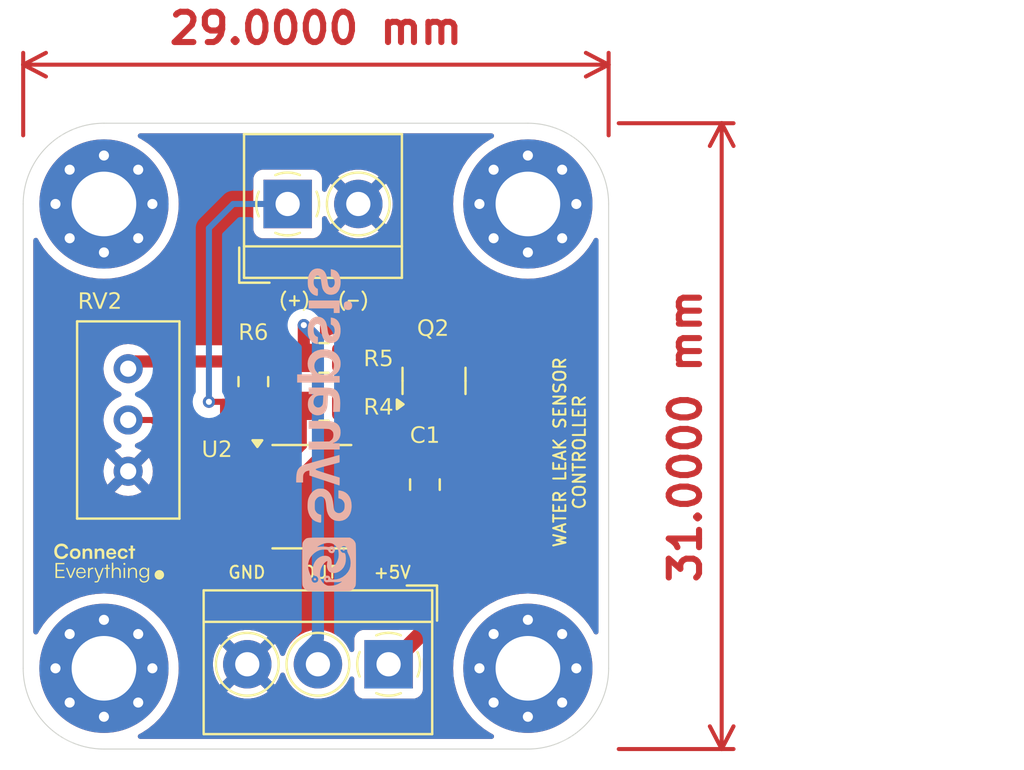
<source format=kicad_pcb>
(kicad_pcb (version 20240108) (generator "pcbnew") (generator_version "8.0")
  (layers (0 "F.Cu" signal) (31 "B.Cu" signal) (34 "B.Paste" user) (35 "F.Paste" user) (36 "B.SilkS" user "B.Silkscreen") (37 "F.SilkS" user "F.Silkscreen") (38 "B.Mask" user) (39 "F.Mask" user) (44 "Edge.Cuts" user))
  (net 0 "")
  (net 1 "+5V")
  (net 2 "GND")
  (net 3 "Net-(J2-Pin_1)")
  (net 4 "Net-(Q2-B)")
  (net 5 "Net-(R4-Pad1)")
  (net 6 "Net-(U2A-+)")
  (net 10 "Net-(J1-Pin_2)")
  (net 11 "Net-(Q2-C)")
  (footprint "Resistor_SMD:R_0805_2012Metric_Pad1.20x1.40mm_HandSolder" (layer "F.Cu") (at 84.9 66)
    (property "Reference" "R4" (at 2.7 0.1 0) (layer "F.SilkS") (effects (font (size 0.8 0.8) (thickness 0.8))))
    (property "Value" "1K")
    (pad "1" smd roundrect (at -1 0) (size 1.2 1.4) (layers "F.Cu" "F.Paste" "F.Mask") (roundrect_rratio 0.208333) (net 5 "Net-(R4-Pad1)"))
    (pad "2" smd roundrect (at 1 0) (size 1.2 1.4) (layers "F.Cu" "F.Paste" "F.Mask") (roundrect_rratio 0.208333) (net 4 "Net-(Q2-B)"))
  )
  (footprint "Package_SO:SOP-8_3.9x4.9mm_P1.27mm" (layer "F.Cu") (at 84.3 70.5)
    (property "Reference" "U2" (at -4.7 -2.3 0) (layer "F.SilkS") (effects (font (size 0.8 0.8) (thickness 0.2))))
    (property "Value" "LM358")
    (pad "1" smd roundrect (at -2.625 -1.905) (size 1.65 0.6) (layers "F.Cu" "F.Paste" "F.Mask") (net 5 "Net-(R4-Pad1)"))
    (pad "2" smd roundrect (at -2.625 -0.635) (size 1.65 0.6) (layers "F.Cu" "F.Paste" "F.Mask") (net 3 "Net-(J2-Pin_1)"))
    (pad "3" smd roundrect (at -2.625 0.635) (size 1.65 0.6) (layers "F.Cu" "F.Paste" "F.Mask") (net 6 "Net-(U2A-+)"))
    (pad "4" smd roundrect (at -2.625 1.905) (size 1.65 0.6) (layers "F.Cu" "F.Paste" "F.Mask") (net 2 "GND"))
    (pad "5" smd roundrect (at 2.625 1.905) (size 1.65 0.6) (layers "F.Cu" "F.Paste" "F.Mask"))
    (pad "6" smd roundrect (at 2.625 0.635) (size 1.65 0.6) (layers "F.Cu" "F.Paste" "F.Mask"))
    (pad "7" smd roundrect (at 2.625 -0.635) (size 1.65 0.6) (layers "F.Cu" "F.Paste" "F.Mask"))
    (pad "8" smd roundrect (at 2.625 -1.905) (size 1.65 0.6) (layers "F.Cu" "F.Paste" "F.Mask") (net 1 "+5V"))
  )
  (footprint "MountingHole:MountingHole_3.2mm_M3_Pad_Via" (layer "F.Cu") (at 95 56)
    (property "Reference" "H1" (hide yes))
    (property "Value" "MountingHole")
    (pad "1" thru_hole circle (at -2.4 0) (size 0.8 0.8) (drill 0.5) (layers "*.Cu" "*.Mask"))
    (pad "1" thru_hole circle (at -1.697056 -1.697056) (size 0.8 0.8) (drill 0.5) (layers "*.Cu" "*.Mask"))
    (pad "1" thru_hole circle (at -1.697056 1.697056) (size 0.8 0.8) (drill 0.5) (layers "*.Cu" "*.Mask"))
    (pad "1" thru_hole circle (at 0 -2.4) (size 0.8 0.8) (drill 0.5) (layers "*.Cu" "*.Mask"))
    (pad "1" thru_hole circle (at 0 0) (size 6.4 6.4) (drill 3.2) (layers "*.Cu" "*.Mask"))
    (pad "1" thru_hole circle (at 0 2.4) (size 0.8 0.8) (drill 0.5) (layers "*.Cu" "*.Mask"))
    (pad "1" thru_hole circle (at 1.697056 -1.697056) (size 0.8 0.8) (drill 0.5) (layers "*.Cu" "*.Mask"))
    (pad "1" thru_hole circle (at 1.697056 1.697056) (size 0.8 0.8) (drill 0.5) (layers "*.Cu" "*.Mask"))
    (pad "1" thru_hole circle (at 2.4 0) (size 0.8 0.8) (drill 0.5) (layers "*.Cu" "*.Mask"))
  )
  (footprint "MountingHole:MountingHole_3.2mm_M3_Pad_Via" (layer "F.Cu") (at 95 79)
    (property "Reference" "H3" (hide yes))
    (property "Value" "MountingHole")
    (pad "1" thru_hole circle (at -2.4 0) (size 0.8 0.8) (drill 0.5) (layers "*.Cu" "*.Mask"))
    (pad "1" thru_hole circle (at -1.697056 -1.697056) (size 0.8 0.8) (drill 0.5) (layers "*.Cu" "*.Mask"))
    (pad "1" thru_hole circle (at -1.697056 1.697056) (size 0.8 0.8) (drill 0.5) (layers "*.Cu" "*.Mask"))
    (pad "1" thru_hole circle (at 0 -2.4) (size 0.8 0.8) (drill 0.5) (layers "*.Cu" "*.Mask"))
    (pad "1" thru_hole circle (at 0 0) (size 6.4 6.4) (drill 3.2) (layers "*.Cu" "*.Mask"))
    (pad "1" thru_hole circle (at 0 2.4) (size 0.8 0.8) (drill 0.5) (layers "*.Cu" "*.Mask"))
    (pad "1" thru_hole circle (at 1.697056 -1.697056) (size 0.8 0.8) (drill 0.5) (layers "*.Cu" "*.Mask"))
    (pad "1" thru_hole circle (at 1.697056 1.697056) (size 0.8 0.8) (drill 0.5) (layers "*.Cu" "*.Mask"))
    (pad "1" thru_hole circle (at 2.4 0) (size 0.8 0.8) (drill 0.5) (layers "*.Cu" "*.Mask"))
  )
  (footprint "MountingHole:MountingHole_3.2mm_M3_Pad_Via" (layer "F.Cu") (at 74 79)
    (property "Reference" "H4" (hide yes))
    (property "Value" "MountingHole")
    (pad "1" thru_hole circle (at -2.4 0) (size 0.8 0.8) (drill 0.5) (layers "*.Cu" "*.Mask"))
    (pad "1" thru_hole circle (at -1.697056 -1.697056) (size 0.8 0.8) (drill 0.5) (layers "*.Cu" "*.Mask"))
    (pad "1" thru_hole circle (at -1.697056 1.697056) (size 0.8 0.8) (drill 0.5) (layers "*.Cu" "*.Mask"))
    (pad "1" thru_hole circle (at 0 -2.4) (size 0.8 0.8) (drill 0.5) (layers "*.Cu" "*.Mask"))
    (pad "1" thru_hole circle (at 0 0) (size 6.4 6.4) (drill 3.2) (layers "*.Cu" "*.Mask"))
    (pad "1" thru_hole circle (at 0 2.4) (size 0.8 0.8) (drill 0.5) (layers "*.Cu" "*.Mask"))
    (pad "1" thru_hole circle (at 1.697056 -1.697056) (size 0.8 0.8) (drill 0.5) (layers "*.Cu" "*.Mask"))
    (pad "1" thru_hole circle (at 1.697056 1.697056) (size 0.8 0.8) (drill 0.5) (layers "*.Cu" "*.Mask"))
    (pad "1" thru_hole circle (at 2.4 0) (size 0.8 0.8) (drill 0.5) (layers "*.Cu" "*.Mask"))
  )
  (footprint "waterleak V.1:logo 1" (layer "F.Cu") (at 115.6 70.2)
    (property "Reference" "G***" (hide yes))
    (property "Value" "LOGO" (hide yes))
  )
  (footprint "MountingHole:MountingHole_3.2mm_M3_Pad_Via" (layer "F.Cu") (at 74 56)
    (property "Reference" "H2" (hide yes))
    (property "Value" "MountingHole")
    (pad "1" thru_hole circle (at -2.4 0) (size 0.8 0.8) (drill 0.5) (layers "*.Cu" "*.Mask"))
    (pad "1" thru_hole circle (at -1.697056 -1.697056) (size 0.8 0.8) (drill 0.5) (layers "*.Cu" "*.Mask"))
    (pad "1" thru_hole circle (at -1.697056 1.697056) (size 0.8 0.8) (drill 0.5) (layers "*.Cu" "*.Mask"))
    (pad "1" thru_hole circle (at 0 -2.4) (size 0.8 0.8) (drill 0.5) (layers "*.Cu" "*.Mask"))
    (pad "1" thru_hole circle (at 0 0) (size 6.4 6.4) (drill 3.2) (layers "*.Cu" "*.Mask"))
    (pad "1" thru_hole circle (at 0 2.4) (size 0.8 0.8) (drill 0.5) (layers "*.Cu" "*.Mask"))
    (pad "1" thru_hole circle (at 1.697056 -1.697056) (size 0.8 0.8) (drill 0.5) (layers "*.Cu" "*.Mask"))
    (pad "1" thru_hole circle (at 1.697056 1.697056) (size 0.8 0.8) (drill 0.5) (layers "*.Cu" "*.Mask"))
    (pad "1" thru_hole circle (at 2.4 0) (size 0.8 0.8) (drill 0.5) (layers "*.Cu" "*.Mask"))
  )
  (footprint "waterleak V.1:logo 1" (layer "F.Cu") (at 74.2 73.7)
    (property "Reference" "G***" (hide yes))
    (property "Value" "LOGO" (hide yes))
  )
  (footprint "TerminalBlock_4Ucon:TerminalBlock_4Ucon_1x02_P3.50mm_Horizontal" (layer "F.Cu") (at 83.1 56)
    (property "Reference" "J2" (hide yes))
    (property "Value" "waterleak sensor")
    (pad "1" thru_hole rect (at 0 0) (size 2.4 2.4) (drill 1.2) (layers "*.Cu" "*.Mask") (net 3 "Net-(J2-Pin_1)"))
    (pad "2" thru_hole circle (at 3.5 0) (size 2.4 2.4) (drill 1.2) (layers "*.Cu" "*.Mask") (net 2 "GND"))
  )
  (footprint "Package_TO_SOT_SMD:SOT-23" (layer "F.Cu") (at 90.35 64.7625 90)
    (property "Reference" "Q2" (at 2.5625 -0.05 180) (layer "F.SilkS") (effects (font (size 0.8 0.8) (thickness 0.8))))
    (property "Value" "MMBT2222A")
    (pad "1" smd roundrect (at -0.9375 -0.95 90) (size 1.475 0.6) (layers "F.Cu" "F.Paste" "F.Mask") (net 4 "Net-(Q2-B)"))
    (pad "2" smd roundrect (at -0.9375 0.95 90) (size 1.475 0.6) (layers "F.Cu" "F.Paste" "F.Mask") (net 2 "GND"))
    (pad "3" smd roundrect (at 0.9375 0 90) (size 1.475 0.6) (layers "F.Cu" "F.Paste" "F.Mask") (net 11 "Net-(Q2-C)"))
  )
  (footprint "Capacitor_SMD:C_0805_2012Metric_Pad1.18x1.45mm_HandSolder" (layer "F.Cu") (at 89.9 69.9 -90)
    (property "Reference" "C1" (at -2.4 0 180) (layer "F.SilkS") (effects (font (size 0.8 0.8) (thickness 0.8))))
    (property "Value" "100nF")
    (pad "1" smd roundrect (at -1.0375 0 270) (size 1.175 1.45) (layers "F.Cu" "F.Paste" "F.Mask") (roundrect_rratio 0.212766) (net 1 "+5V"))
    (pad "2" smd roundrect (at 1.0375 0 270) (size 1.175 1.45) (layers "F.Cu" "F.Paste" "F.Mask") (roundrect_rratio 0.212766) (net 2 "GND"))
  )
  (footprint "Resistor_SMD:R_0805_2012Metric_Pad1.20x1.40mm_HandSolder" (layer "F.Cu") (at 81.4 64.8 -90)
    (property "Reference" "R6" (at -2.4 0 180) (layer "F.SilkS") (effects (font (size 0.8 0.8) (thickness 0.8))))
    (property "Value" "1M")
    (pad "1" smd roundrect (at -1 0 270) (size 1.2 1.4) (layers "F.Cu" "F.Paste" "F.Mask") (roundrect_rratio 0.208333) (net 1 "+5V"))
    (pad "2" smd roundrect (at 1 0 270) (size 1.2 1.4) (layers "F.Cu" "F.Paste" "F.Mask") (roundrect_rratio 0.208333) (net 3 "Net-(J2-Pin_1)"))
  )
  (footprint "Resistor_SMD:R_0805_2012Metric_Pad1.20x1.40mm_HandSolder" (layer "F.Cu") (at 84.9 63.625 180)
    (property "Reference" "R5" (at -2.7 -0.075 0) (layer "F.SilkS") (effects (font (size 0.8 0.8) (thickness 0.8))))
    (property "Value" "1K")
    (pad "1" smd roundrect (at -1 0 180) (size 1.2 1.4) (layers "F.Cu" "F.Paste" "F.Mask") (roundrect_rratio 0.208333) (net 11 "Net-(Q2-C)"))
    (pad "2" smd roundrect (at 1 0 180) (size 1.2 1.4) (layers "F.Cu" "F.Paste" "F.Mask") (roundrect_rratio 0.208333) (net 10 "Net-(J1-Pin_2)"))
  )
  (footprint "Potentiometer_THT:Potentiometer_Bourns_3296W_Vertical" (layer "F.Cu") (at 75.2 64.16 90)
    (property "Reference" "RV2" (at 3.3 -1.4 180) (layer "F.SilkS") (effects (font (size 0.8 0.8) (thickness 0.8))))
    (property "Value" "R_Potentiometer")
    (pad "1" thru_hole circle (at 0 0 90) (size 1.44 1.44) (drill 0.8) (layers "*.Cu" "*.Mask") (net 1 "+5V"))
    (pad "2" thru_hole circle (at -2.54 0 90) (size 1.44 1.44) (drill 0.8) (layers "*.Cu" "*.Mask") (net 6 "Net-(U2A-+)"))
    (pad "3" thru_hole circle (at -5.08 0 90) (size 1.44 1.44) (drill 0.8) (layers "*.Cu" "*.Mask") (net 2 "GND"))
  )
  (footprint "TerminalBlock_4Ucon:TerminalBlock_4Ucon_1x03_P3.50mm_Horizontal" (layer "F.Cu") (at 88.1 78.8 180)
    (property "Reference" "J1" (hide yes))
    (property "Value" "Conn_01x03_Pin")
    (pad "1" thru_hole rect (at 0 0 180) (size 2.4 2.4) (drill 1.2) (layers "*.Cu" "*.Mask") (net 1 "+5V"))
    (pad "2" thru_hole circle (at 3.5 0 180) (size 2.4 2.4) (drill 1.2) (layers "*.Cu" "*.Mask") (net 10 "Net-(J1-Pin_2)"))
    (pad "3" thru_hole circle (at 7 0 180) (size 2.4 2.4) (drill 1.2) (layers "*.Cu" "*.Mask") (net 2 "GND"))
  )
  (footprint "waterleak V.1:logo 2" (layer "B.Cu") (at 85.4 67.2 90)
    (property "Reference" "G***" (hide yes))
    (property "Value" "LOGO" (hide yes))
  )
  (gr_line (start 99 56) (end 99 79) (stroke (width 0.05)) (layer "Edge.Cuts"))
  (gr_arc (start 95 52) (mid 97.828427 53.171573) (end 99 56) (stroke (width 0.05)) (layer "Edge.Cuts"))
  (gr_line (start 74 52) (end 95 52) (stroke (width 0.05)) (layer "Edge.Cuts"))
  (gr_line (start 95 83) (end 74 83) (stroke (width 0.05)) (layer "Edge.Cuts"))
  (gr_line (start 70 79) (end 70 56) (stroke (width 0.05)) (layer "Edge.Cuts"))
  (gr_arc (start 74 83) (mid 71.171573 81.828427) (end 70 79) (stroke (width 0.05)) (layer "Edge.Cuts"))
  (gr_arc (start 99 79) (mid 97.828427 81.828427) (end 95 83) (stroke (width 0.05)) (layer "Edge.Cuts"))
  (gr_arc (start 70 56) (mid 71.171573 53.171573) (end 74 52) (stroke (width 0.05)) (layer "Edge.Cuts"))
  (gr_text "(+)   (-)\n" (at 82.6 61.1 0) (layer "F.SilkS") (effects (font (size 0.6 0.6) (thickness 0.1) (bold yes)) (justify left bottom)))
  (gr_text "GND    OUT    +5V\n" (at 80.1 74.6 0) (layer "F.SilkS") (effects (font (size 0.6 0.6) (thickness 0.1) (bold yes)) (justify left bottom)))
  (gr_text "WATER LEAK SENSOR\nCONTROLLER" (at 97.9 68.3 90) (layer "F.SilkS") (effects (font (size 0.6 0.6) (thickness 0.1)) (justify bottom)))
  (dimension (type aligned) (layer "F.Cu") (pts (xy 70 53.1) (xy 99 53.1)) (height -4) (gr_text "29,0000 mm" (at 84.5 47.3 0) (layer "F.Cu") (effects (font (size 1.5 1.5) (thickness 0.3)))) (format (prefix "") (suffix "") (units 3) (units_format 1) (precision 4)) (style (thickness 0.2) (arrow_length 1.27) (text_position_mode 0) (extension_height 0.58642) (extension_offset 0.5) keep_text_aligned))
  (dimension (type aligned) (layer "F.Cu") (pts (xy 99 52) (xy 99 83)) (height -5.6) (gr_text "31,0000 mm" (at 102.8 67.5 90) (layer "F.Cu") (effects (font (size 1.5 1.5) (thickness 0.3)))) (format (prefix "") (suffix "") (units 3) (units_format 1) (precision 4)) (style (thickness 0.2) (arrow_length 1.27) (text_position_mode 0) (extension_height 0.58642) (extension_offset 0.5) keep_text_aligned))
  (segment (start 93.1 73.9) (end 88.8 78.2) (width 0.8) (layer "F.Cu") (net 1))
  (segment (start 91.4 60.6) (end 82.4 60.6) (width 0.8) (layer "F.Cu") (net 1))
  (segment (start 81.4 61.6) (end 81.4 63.8) (width 0.8) (layer "F.Cu") (net 1))
  (segment (start 93.1 68.8) (end 93.1 62.3) (width 0.8) (layer "F.Cu") (net 1))
  (segment (start 93.1 62.3) (end 91.4 60.6) (width 0.8) (layer "F.Cu") (net 1))
  (segment (start 75.2 64.16) (end 75.56 63.8) (width 0.6) (layer "F.Cu") (net 1))
  (segment (start 93.1 68.8) (end 93.1 73.9) (width 0.8) (layer "F.Cu") (net 1))
  (segment (start 88.8 78.2) (end 87.4 78.2) (width 0.8) (layer "F.Cu") (net 1))
  (segment (start 75.56 63.8) (end 81.4 63.8) (width 0.6) (layer "F.Cu") (net 1))
  (segment (start 82.4 60.6) (end 81.4 61.6) (width 0.8) (layer "F.Cu") (net 1))
  (segment (start 93.0375 68.8625) (end 89.9 68.8625) (width 0.6) (layer "F.Cu") (net 1))
  (segment (start 86.925 68.595) (end 89.5325 68.595) (width 0.6) (layer "F.Cu") (net 1))
  (segment (start 93.1 68.8) (end 93.0375 68.8625) (width 0.6) (layer "F.Cu") (net 1))
  (segment (start 89.5325 68.595) (end 89.9 68.9625) (width 0.6) (layer "F.Cu") (net 1))
  (segment (start 80.565 69.865) (end 81.675 69.865) (width 0.3) (layer "F.Cu") (net 3))
  (segment (start 79.9 65.8) (end 79.9 69.2) (width 0.3) (layer "F.Cu") (net 3))
  (segment (start 79.9 69.2) (end 80.565 69.865) (width 0.3) (layer "F.Cu") (net 3))
  (segment (start 81.4 65.8) (end 79.9 65.8) (width 0.3) (layer "F.Cu") (net 3))
  (segment (start 81.4 65.8) (end 79.2 65.8) (width 0.3) (layer "F.Cu") (net 3))
  (via (at 79.2 65.8) (size 0.6) (drill 0.3) (layers "F.Cu" "B.Cu") (net 3))
  (segment (start 79.2 65.8) (end 79.2 57.2) (width 0.3) (layer "B.Cu") (net 3))
  (segment (start 79.2 57.2) (end 80.4 56) (width 0.3) (layer "B.Cu") (net 3))
  (segment (start 80.4 56) (end 83.2 56) (width 0.3) (layer "B.Cu") (net 3))
  (segment (start 89.1 66) (end 85.9 66) (width 0.3) (layer "F.Cu") (net 4))
  (segment (start 89.4 65.7) (end 89.1 66) (width 0.3) (layer "F.Cu") (net 4))
  (segment (start 83.9 68) (end 83.9 66) (width 0.3) (layer "F.Cu") (net 5))
  (segment (start 81.675 68.595) (end 83.305 68.595) (width 0.3) (layer "F.Cu") (net 5))
  (segment (start 83.305 68.595) (end 83.9 68) (width 0.3) (layer "F.Cu") (net 5))
  (segment (start 80.835 71.135) (end 76.4 66.7) (width 0.3) (layer "F.Cu") (net 6))
  (segment (start 76.4 66.7) (end 75.2 66.7) (width 0.3) (layer "F.Cu") (net 6))
  (segment (start 81.675 71.135) (end 80.835 71.135) (width 0.3) (layer "F.Cu") (net 6))
  (segment (start 83.9 63.625) (end 83.9 62) (width 0.6) (layer "F.Cu") (net 10))
  (via (at 83.9 62) (size 0.6) (drill 0.3) (layers "F.Cu" "B.Cu") (net 10))
  (segment (start 84.6 62.7) (end 84.6 77.5) (width 0.6) (layer "B.Cu") (net 10))
  (segment (start 84.6 77.5) (end 83.9 78.2) (width 0.6) (layer "B.Cu") (net 10))
  (segment (start 83.9 62) (end 84.6 62.7) (width 0.6) (layer "B.Cu") (net 10))
  (segment (start 90.35 63.15) (end 90.35 63.825) (width 0.3) (layer "F.Cu") (net 11))
  (segment (start 85.9 63.625) (end 85.9 63.6) (width 0.3) (layer "F.Cu") (net 11))
  (segment (start 90.3 63.1) (end 90.35 63.15) (width 0.3) (layer "F.Cu") (net 11))
  (segment (start 85.9 63.6) (end 86.4 63.1) (width 0.3) (layer "F.Cu") (net 11))
  (segment (start 86.4 63.1) (end 90.3 63.1) (width 0.3) (layer "F.Cu") (net 11))
  (zone (net 2) (net_name "GND") (layer "F.Cu") (connect_pads (clearance 0.5)) (min_thickness 0.25) (fill yes (thermal_gap 0.5) (thermal_bridge_width 0.5))
    (polygon (pts (xy 70 52) (xy 99 52) (xy 99 83) (xy 70 83)))
  )
  (zone (net 2) (net_name "GND") (layer "B.Cu") (priority 1) (connect_pads (clearance 0.5)) (min_thickness 0.25) (fill yes (thermal_gap 0.5) (thermal_bridge_width 0.5))
    (polygon (pts (xy 70 52) (xy 99 52) (xy 99 83) (xy 70 83)))
  )
)
</source>
